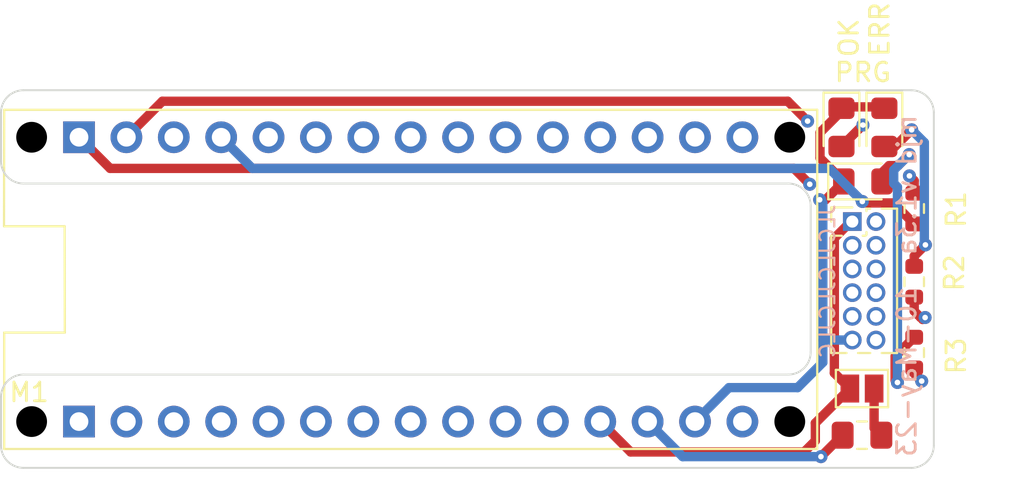
<source format=kicad_pcb>
(kicad_pcb (version 20221018) (generator pcbnew)
  (title_block (date "sam. 04 avril 2015"))
  (layers (0 "F.Cu" signal) (1 "In1.Cu" signal) (2 "In2.Cu" signal) (31 "B.Cu" signal) (34 "B.Paste" user) (35 "F.Paste" user) (36 "B.SilkS" user "B.Silkscreen") (37 "F.SilkS" user "F.Silkscreen") (38 "B.Mask" user) (39 "F.Mask" user) (44 "Edge.Cuts" user))
  (net 0 "")
  (net 1 "GND")
  (net 2 "/~{RESET}")
  (net 3 "/*D9")
  (net 4 "/D8")
  (net 5 "/D7")
  (net 6 "+5V")
  (net 7 "/D13{slash}SCK")
  (net 8 "Net-(JP4-B)")
  (net 9 "/*D10{slash}SS")
  (net 10 "/*D11{slash}MOSI")
  (net 11 "/D12{slash}MISO")
  (net 12 "Net-(D1-A)")
  (net 13 "Net-(D2-A)")
  (net 14 "Net-(D3-A)")
  (net 22 "/*D6")
  (net 23 "/*D5")
  (net 24 "/D4")
  (net 25 "/*D3")
  (net 26 "/D2")
  (net 27 "/D1{slash}TX")
  (net 28 "/D0{slash}RX")
  (net 29 "/AREF")
  (net 30 "/A7")
  (net 31 "/A6")
  (net 32 "/A5{slash}SCL")
  (net 33 "/A4{slash}SDA")
  (net 34 "/A3")
  (net 35 "/A2")
  (net 36 "/A1")
  (net 37 "/A0")
  (footprint "Jumper:SolderJumper-2_P1.3mm_Open_Pad1.0x1.5mm" (layer "F.Cu") (at 145.75 96.95)
    (fp_text reference "JP4" hide)
    (fp_text value "Jumper_2_Open")
    (fp_line (start -1.4 -1) (end 1.4 -1) (stroke (width 0.12)) (layer "F.SilkS"))
    (fp_line (start -1.4 1) (end -1.4 -1) (stroke (width 0.12)) (layer "F.SilkS"))
    (fp_line (start 1.4 -1) (end 1.4 1) (stroke (width 0.12)) (layer "F.SilkS"))
    (fp_line (start 1.4 1) (end -1.4 1) (stroke (width 0.12)) (layer "F.SilkS"))
    (pad "1" smd rect (at -0.65 0) (size 1 1.5) (layers "F.Cu" "F.Mask") (net 6 "+5V"))
    (pad "2" smd rect (at 0.65 0) (size 1 1.5) (layers "F.Cu" "F.Mask") (net 8 "Net-(JP4-B)"))
  )
  (footprint "Resistor_SMD:R_0603_1608Metric" (layer "F.Cu") (at 148.55 95.025 90)
    (fp_text reference "R3" (at -0.175 2.25 90) (layer "F.SilkS"))
    (fp_text value "R")
    (fp_line (start -0.237258 -0.5225) (end 0.237258 -0.5225) (stroke (width 0.12)) (layer "F.SilkS"))
    (fp_line (start -0.237258 0.5225) (end 0.237258 0.5225) (stroke (width 0.12)) (layer "F.SilkS"))
    (pad "1" smd roundrect (at -0.825 0 90) (size 0.8 0.95) (layers "F.Cu" "F.Paste" "F.Mask") (net 5 "/D7"))
    (pad "2" smd roundrect (at 0.825 0 90) (size 0.8 0.95) (layers "F.Cu" "F.Paste" "F.Mask") (net 14 "Net-(D3-A)"))
  )
  (footprint "aalib:Arduino Mini" (layer "F.Cu") (at 121.56 91.1 90)
    (fp_text reference "M1" (at -6.05 -19.31 180) (layer "F.SilkS") (effects (justify right)))
    (fp_text value "Arduino_Mini")
    (fp_line (start -9.09 -21.79) (end -9.09 21.79) (stroke (width 0.12)) (layer "F.SilkS"))
    (fp_line (start -9.09 -21.79) (end -2.85 -21.79) (stroke (width 0.12)) (layer "F.SilkS"))
    (fp_line (start -9.09 21.79) (end 9.09 21.79) (stroke (width 0.12)) (layer "F.SilkS"))
    (fp_line (start -2.85 -18.54) (end -2.85 -21.79) (stroke (width 0.12)) (layer "F.SilkS"))
    (fp_line (start -2.85 -18.54) (end 2.85 -18.55) (stroke (width 0.12)) (layer "F.SilkS"))
    (fp_line (start 2.85 -21.8) (end 9.09 -21.79) (stroke (width 0.12)) (layer "F.SilkS"))
    (fp_line (start 2.85 -18.55) (end 2.85 -21.8) (stroke (width 0.12)) (layer "F.SilkS"))
    (fp_line (start 9.09 -21.79) (end 9.09 21.79) (stroke (width 0.12)) (layer "F.SilkS"))
    (pad "" np_thru_hole circle (at -7.62 -20.32 90) (size 1.651 1.651) (drill 1.651) (layers "*.Mask"))
    (pad "" np_thru_hole circle (at -7.62 20.32 90) (size 1.651 1.651) (drill 1.651) (layers "*.Mask"))
    (pad "" np_thru_hole circle (at 7.62 -20.32 90) (size 1.651 1.651) (drill 1.651) (layers "*.Mask"))
    (pad "" np_thru_hole circle (at 7.62 20.32 90) (size 1.651 1.651) (drill 1.651) (layers "*.Mask"))
    (pad "3V3" thru_hole oval (at -7.62 -15.24 90) (size 1.7 1.7) (drill 1) (layers "*.Cu" "*.Mask"))
    (pad "5V" thru_hole oval (at -7.62 10.16 90) (size 1.7 1.7) (drill 1) (layers "*.Cu" "*.Mask") (net 6 "+5V"))
    (pad "A0" thru_hole oval (at -7.62 -10.16 90) (size 1.7 1.7) (drill 1) (layers "*.Cu" "*.Mask") (net 37 "/A0"))
    (pad "A1" thru_hole oval (at -7.62 -7.62 90) (size 1.7 1.7) (drill 1) (layers "*.Cu" "*.Mask") (net 36 "/A1"))
    (pad "A2" thru_hole oval (at -7.62 -5.08 90) (size 1.7 1.7) (drill 1) (layers "*.Cu" "*.Mask") (net 35 "/A2"))
    (pad "A3" thru_hole oval (at -7.62 -2.54 90) (size 1.7 1.7) (drill 1) (layers "*.Cu" "*.Mask") (net 34 "/A3"))
    (pad "A4" thru_hole oval (at -7.62 0 90) (size 1.7 1.7) (drill 1) (layers "*.Cu" "*.Mask") (net 33 "/A4{slash}SDA"))
    (pad "A5" thru_hole oval (at -7.62 2.54 90) (size 1.7 1.7) (drill 1) (layers "*.Cu" "*.Mask") (net 32 "/A5{slash}SCL"))
    (pad "A6" thru_hole oval (at -7.62 5.08 90) (size 1.7 1.7) (drill 1) (layers "*.Cu" "*.Mask") (net 31 "/A6"))
    (pad "A7" thru_hole oval (at -7.62 7.62 90) (size 1.7 1.7) (drill 1) (layers "*.Cu" "*.Mask") (net 30 "/A7"))
    (pad "AREF" thru_hole oval (at -7.62 -12.7 90) (size 1.7 1.7) (drill 1) (layers "*.Cu" "*.Mask") (net 29 "/AREF"))
    (pad "D0/RX" thru_hole oval (at 7.62 15.24 90) (size 1.7 1.7) (drill 1) (layers "*.Cu" "*.Mask") (net 28 "/D0{slash}RX"))
    (pad "D1/TX" thru_hole oval (at 7.62 17.78 90) (size 1.7 1.7) (drill 1) (layers "*.Cu" "*.Mask") (net 27 "/D1{slash}TX"))
    (pad "D2" thru_hole oval (at 7.62 7.62 90) (size 1.7 1.7) (drill 1) (layers "*.Cu" "*.Mask") (net 26 "/D2"))
    (pad "D3" thru_hole oval (at 7.62 5.08 90) (size 1.7 1.7) (drill 1) (layers "*.Cu" "*.Mask") (net 25 "/*D3"))
    (pad "D4" thru_hole oval (at 7.62 2.54 90) (size 1.7 1.7) (drill 1) (layers "*.Cu" "*.Mask") (net 24 "/D4"))
    (pad "D5" thru_hole oval (at 7.62 0 90) (size 1.7 1.7) (drill 1) (layers "*.Cu" "*.Mask") (net 23 "/*D5"))
    (pad "D6" thru_hole oval (at 7.62 -2.54 90) (size 1.7 1.7) (drill 1) (layers "*.Cu" "*.Mask") (net 22 "/*D6"))
    (pad "D7" thru_hole oval (at 7.62 -5.08 90) (size 1.7 1.7) (drill 1) (layers "*.Cu" "*.Mask") (net 5 "/D7"))
    (pad "D8" thru_hole oval (at 7.62 -7.62 90) (size 1.7 1.7) (drill 1) (layers "*.Cu" "*.Mask") (net 4 "/D8"))
    (pad "D9" thru_hole oval (at 7.62 -10.16 90) (size 1.7 1.7) (drill 1) (layers "*.Cu" "*.Mask") (net 3 "/*D9"))
    (pad "D10" thru_hole oval (at 7.62 -12.7 90) (size 1.7 1.7) (drill 1) (layers "*.Cu" "*.Mask") (net 9 "/*D10{slash}SS"))
    (pad "D11" thru_hole oval (at 7.62 -15.24 90) (size 1.7 1.7) (drill 1) (layers "*.Cu" "*.Mask") (net 10 "/*D11{slash}MOSI"))
    (pad "D12" thru_hole rect (at 7.62 -17.78 90) (size 1.7 1.7) (drill 1) (layers "*.Cu" "*.Mask") (net 11 "/D12{slash}MISO"))
    (pad "D13" thru_hole rect (at -7.62 -17.78 90) (size 1.7 1.7) (drill 1) (layers "*.Cu" "*.Mask") (net 7 "/D13{slash}SCK"))
    (pad "GND" thru_hole oval (at -7.62 15.24 90) (size 1.7 1.7) (drill 1) (layers "*.Cu" "*.Mask") (net 1 "GND"))
    (pad "GND" thru_hole oval (at 7.62 10.16 90) (size 1.7 1.7) (drill 1) (layers "*.Cu" "*.Mask") (net 1 "GND"))
    (pad "RESET" thru_hole oval (at -7.62 12.7 90) (size 1.7 1.7) (drill 1) (layers "*.Cu" "*.Mask") (net 2 "/~{RESET}"))
    (pad "RESET" thru_hole oval (at 7.62 12.7 90) (size 1.7 1.7) (drill 1) (layers "*.Cu" "*.Mask") (net 2 "/~{RESET}"))
    (pad "VIN" thru_hole oval (at -7.62 17.78 90) (size 1.7 1.7) (drill 1) (layers "*.Cu" "*.Mask"))
  )
  (footprint "LED_SMD:LED_0805_2012Metric_Pad1.15x1.40mm_HandSolder" (layer "F.Cu") (at 146.95 82.95 -90)
    (fp_text reference "D2" hide)
    (fp_text value "RED")
    (fp_line (start -1.86 -0.96) (end -1.86 0.96) (stroke (width 0.12)) (layer "F.SilkS"))
    (fp_line (start -1.86 0.96) (end 1 0.96) (stroke (width 0.12)) (layer "F.SilkS"))
    (fp_line (start 1 -0.96) (end -1.86 -0.96) (stroke (width 0.12)) (layer "F.SilkS"))
    (pad "1" smd roundrect (at -1.025 0 270) (size 1.15 1.4) (layers "F.Cu" "F.Paste" "F.Mask") (roundrect_rratio 0.2173913043) (net 1 "GND"))
    (pad "2" smd roundrect (at 1.025 0 270) (size 1.15 1.4) (layers "F.Cu" "F.Paste" "F.Mask") (roundrect_rratio 0.2173913043) (net 13 "Net-(D2-A)"))
  )
  (footprint "Resistor_SMD:R_0603_1608Metric" (layer "F.Cu") (at 148.55 87.3 90)
    (fp_text reference "R1" (at -0.05 2.25 90) (layer "F.SilkS"))
    (fp_text value "R")
    (fp_line (start -0.237258 -0.5225) (end 0.237258 -0.5225) (stroke (width 0.12)) (layer "F.SilkS"))
    (fp_line (start -0.237258 0.5225) (end 0.237258 0.5225) (stroke (width 0.12)) (layer "F.SilkS"))
    (pad "1" smd roundrect (at -0.825 0 90) (size 0.8 0.95) (layers "F.Cu" "F.Paste" "F.Mask") (net 3 "/*D9"))
    (pad "2" smd roundrect (at 0.825 0 90) (size 0.8 0.95) (layers "F.Cu" "F.Paste" "F.Mask") (net 12 "Net-(D1-A)"))
  )
  (footprint "LED_SMD:LED_0805_2012Metric_Pad1.15x1.40mm_HandSolder" (layer "F.Cu") (at 144.65 82.95 -90)
    (fp_text reference "D1" hide)
    (fp_text value "GRN")
    (fp_line (start -1.86 -0.96) (end -1.86 0.96) (stroke (width 0.12)) (layer "F.SilkS"))
    (fp_line (start -1.86 0.96) (end 1 0.96) (stroke (width 0.12)) (layer "F.SilkS"))
    (fp_line (start 1 -0.96) (end -1.86 -0.96) (stroke (width 0.12)) (layer "F.SilkS"))
    (pad "1" smd roundrect (at -1.025 0 270) (size 1.15 1.4) (layers "F.Cu" "F.Paste" "F.Mask") (roundrect_rratio 0.2173913043) (net 1 "GND"))
    (pad "2" smd roundrect (at 1.025 0 270) (size 1.15 1.4) (layers "F.Cu" "F.Paste" "F.Mask") (roundrect_rratio 0.2173913043) (net 12 "Net-(D1-A)"))
  )
  (footprint "Capacitor_SMD:C_0805_2012Metric_Pad1.18x1.45mm_HandSolder" (layer "F.Cu") (at 145.75 99.45)
    (fp_text reference "C1" hide)
    (fp_text value "C")
    (fp_line (start -0.261252 -0.735) (end 0.261252 -0.735) (stroke (width 0.12)) (layer "F.SilkS"))
    (fp_line (start -0.261252 0.735) (end 0.261252 0.735) (stroke (width 0.12)) (layer "F.SilkS"))
    (pad "1" smd roundrect (at -1.0375 0) (size 1.175 1.45) (layers "F.Cu" "F.Paste" "F.Mask") (roundrect_rratio 0.2127659574) (net 2 "/~{RESET}"))
    (pad "2" smd roundrect (at 1.0375 0) (size 1.175 1.45) (layers "F.Cu" "F.Paste" "F.Mask") (roundrect_rratio 0.2127659574) (net 8 "Net-(JP4-B)"))
  )
  (footprint "LED_SMD:LED_0805_2012Metric_Pad1.15x1.40mm_HandSolder" (layer "F.Cu") (at 145.8 85.85)
    (fp_text reference "D3" hide)
    (fp_text value "ORG")
    (fp_line (start -1.86 -0.96) (end -1.86 0.96) (stroke (width 0.12)) (layer "F.SilkS"))
    (fp_line (start -1.86 0.96) (end 1 0.96) (stroke (width 0.12)) (layer "F.SilkS"))
    (fp_line (start 1 -0.96) (end -1.86 -0.96) (stroke (width 0.12)) (layer "F.SilkS"))
    (pad "1" smd roundrect (at -1.025 0) (size 1.15 1.4) (layers "F.Cu" "F.Paste" "F.Mask") (roundrect_rratio 0.2173913043) (net 1 "GND"))
    (pad "2" smd roundrect (at 1.025 0) (size 1.15 1.4) (layers "F.Cu" "F.Paste" "F.Mask") (roundrect_rratio 0.2173913043) (net 14 "Net-(D3-A)"))
  )
  (footprint "Resistor_SMD:R_0603_1608Metric" (layer "F.Cu") (at 148.55 91.225 90)
    (fp_text reference "R2" (at 0.475 2.15 90) (layer "F.SilkS"))
    (fp_text value "R")
    (fp_line (start -0.237258 -0.5225) (end 0.237258 -0.5225) (stroke (width 0.12)) (layer "F.SilkS"))
    (fp_line (start -0.237258 0.5225) (end 0.237258 0.5225) (stroke (width 0.12)) (layer "F.SilkS"))
    (pad "1" smd roundrect (at -0.825 0 90) (size 0.8 0.95) (layers "F.Cu" "F.Paste" "F.Mask") (net 4 "/D8"))
    (pad "2" smd roundrect (at 0.825 0 90) (size 0.8 0.95) (layers "F.Cu" "F.Paste" "F.Mask") (net 13 "Net-(D2-A)"))
  )
  (footprint "Connector_PinHeader_1.27mm:PinHeader_2x06_P1.27mm_Vertical" (layer "F.Cu") (at 145.23 88)
    (fp_text reference "J3" hide)
    (fp_text value "Conn_02x06_Odd_Even")
    (fp_line (start -1.13 -0.76) (end 0 -0.76) (stroke (width 0.12)) (layer "F.SilkS"))
    (fp_line (start -1.13 0) (end -1.13 -0.76) (stroke (width 0.12)) (layer "F.SilkS"))
    (fp_line (start -1.13 0.76) (end -1.13 7.045) (stroke (width 0.12)) (layer "F.SilkS"))
    (fp_line (start -1.13 0.76) (end -0.563471 0.76) (stroke (width 0.12)) (layer "F.SilkS"))
    (fp_line (start -1.13 7.045) (end -0.30753 7.045) (stroke (width 0.12)) (layer "F.SilkS"))
    (fp_line (start 0.30753 7.045) (end 0.96247 7.045) (stroke (width 0.12)) (layer "F.SilkS"))
    (fp_line (start 0.563471 0.76) (end 0.706529 0.76) (stroke (width 0.12)) (layer "F.SilkS"))
    (fp_line (start 0.76 -0.695) (end 0.96247 -0.695) (stroke (width 0.12)) (layer "F.SilkS"))
    (fp_line (start 0.76 -0.563471) (end 0.76 -0.695) (stroke (width 0.12)) (layer "F.SilkS"))
    (fp_line (start 0.76 0.706529) (end 0.76 0.563471) (stroke (width 0.12)) (layer "F.SilkS"))
    (fp_line (start 1.57753 -0.695) (end 2.4 -0.695) (stroke (width 0.12)) (layer "F.SilkS"))
    (fp_line (start 1.57753 7.045) (end 2.4 7.045) (stroke (width 0.12)) (layer "F.SilkS"))
    (fp_line (start 2.4 -0.695) (end 2.4 7.045) (stroke (width 0.12)) (layer "F.SilkS"))
    (pad "1" thru_hole rect (at 0 0) (size 1 1) (drill 0.65) (layers "*.Cu" "*.Mask") (net 6 "+5V"))
    (pad "2" thru_hole oval (at 1.27 0) (size 1 1) (drill 0.65) (layers "*.Cu" "*.Mask"))
    (pad "3" thru_hole oval (at 0 1.27) (size 1 1) (drill 0.65) (layers "*.Cu" "*.Mask"))
    (pad "4" thru_hole oval (at 1.27 1.27) (size 1 1) (drill 0.65) (layers "*.Cu" "*.Mask") (net 11 "/D12{slash}MISO"))
    (pad "5" thru_hole oval (at 0 2.54) (size 1 1) (drill 0.65) (layers "*.Cu" "*.Mask"))
    (pad "6" thru_hole oval (at 1.27 2.54) (size 1 1) (drill 0.65) (layers "*.Cu" "*.Mask") (net 10 "/*D11{slash}MOSI"))
    (pad "7" thru_hole oval (at 0 3.81) (size 1 1) (drill 0.65) (layers "*.Cu" "*.Mask"))
    (pad "8" thru_hole oval (at 1.27 3.81) (size 1 1) (drill 0.65) (layers "*.Cu" "*.Mask") (net 7 "/D13{slash}SCK"))
    (pad "9" thru_hole oval (at 0 5.08) (size 1 1) (drill 0.65) (layers "*.Cu" "*.Mask"))
    (pad "10" thru_hole oval (at 1.27 5.08) (size 1 1) (drill 0.65) (layers "*.Cu" "*.Mask") (net 9 "/*D10{slash}SS"))
    (pad "11" thru_hole oval (at 0 6.35) (size 1 1) (drill 0.65) (layers "*.Cu" "*.Mask") (net 1 "GND"))
    (pad "12" thru_hole oval (at 1.27 6.35) (size 1 1) (drill 0.65) (layers "*.Cu" "*.Mask"))
  )
  (gr_line (start 100.8 80.96) (end 148.4 80.96) (stroke (width 0.1)) (layer "Edge.Cuts"))
  (gr_line (start 99.6 97.4) (end 99.6 100) (stroke (width 0.1)) (layer "Edge.Cuts"))
  (gr_arc (start 100.8 101.2) (mid 99.951472 100.848528) (end 99.6 100) (stroke (width 0.1)) (layer "Edge.Cuts"))
  (gr_arc (start 99.6 97.4) (mid 99.951472 96.551472) (end 100.8 96.2) (stroke (width 0.1)) (layer "Edge.Cuts"))
  (gr_line (start 99.6 84.76) (end 99.6 82.16) (stroke (width 0.1)) (layer "Edge.Cuts"))
  (gr_arc (start 100.8 85.96) (mid 99.951472 85.608528) (end 99.6 84.76) (stroke (width 0.1)) (layer "Edge.Cuts"))
  (gr_arc (start 148.398528 80.961472) (mid 149.245434 81.306893) (end 149.6 82.15) (stroke (width 0.1)) (layer "Edge.Cuts"))
  (gr_line (start 143 87.16) (end 143 95) (stroke (width 0.1)) (layer "Edge.Cuts"))
  (gr_line (start 100.8 96.2) (end 141.8 96.2) (stroke (width 0.1)) (layer "Edge.Cuts"))
  (gr_arc (start 99.6 82.16) (mid 99.951472 81.311472) (end 100.8 80.96) (stroke (width 0.1)) (layer "Edge.Cuts"))
  (gr_arc (start 149.6 100) (mid 149.248097 100.849569) (end 148.398528 101.201472) (stroke (width 0.1)) (layer "Edge.Cuts"))
  (gr_line (start 100.8 85.96) (end 141.8 85.96) (stroke (width 0.1)) (layer "Edge.Cuts"))
  (gr_line (start 100.8 101.2) (end 148.4 101.2) (stroke (width 0.1)) (layer "Edge.Cuts"))
  (gr_line (start 149.6 100) (end 149.6 82.15) (stroke (width 0.1)) (layer "Edge.Cuts"))
  (gr_arc (start 143 95) (mid 142.648528 95.848528) (end 141.8 96.2) (stroke (width 0.1)) (layer "Edge.Cuts"))
  (gr_arc (start 141.8 85.96) (mid 142.648557 86.311484) (end 143.000041 87.160041) (stroke (width 0.1)) (layer "Edge.Cuts"))
  (gr_text "mjd v1.3a" (at 148.15 86.05 90) (layer "B.SilkS") (effects (font (size 1 1)) (justify mirror)))
  (gr_text "JLCJLCJLCJLC" (at 143.9 91.2 90) (layer "B.SilkS") (effects (font (size 0.8 0.8) (thickness 0.12)) (justify mirror)))
  (gr_text "10-May-23" (at 148.15 96.05 90) (layer "B.SilkS") (effects (font (size 1 1)) (justify mirror)))
  (gr_text "OK" (at 145.05 78.15 90) (layer "F.SilkS") (effects (font (size 1 1))))
  (gr_text "ERR" (at 146.7 77.7 90) (layer "F.SilkS") (effects (font (size 1 1))))
  (gr_text "PRG" (at 145.8 80) (layer "F.SilkS") (effects (font (size 1 1))))
  (segment (start 144.760051 85.85) (end 143.5 84.589949) (width 0.5) (layer "F.Cu") (net 1))
  (segment (start 143.5 84.589949) (end 143.5 83.230666) (width 0.5) (layer "F.Cu") (net 1))
  (segment (start 146.8755 81.8505) (end 144.7245 81.8505) (width 0.5) (layer "F.Cu") (net 1))
  (segment (start 143.5 83.230666) (end 144.65 82.080666) (width 0.5) (layer "F.Cu") (net 1))
  (segment (start 146.95 81.925) (end 146.8755 81.8505) (width 0.5) (layer "F.Cu") (net 1))
  (segment (start 144.7245 81.8505) (end 144.65 81.925) (width 0.5) (layer "F.Cu") (net 1))
  (segment (start 144.65 82.080666) (end 144.65 81.925) (width 0.5) (layer "F.Cu") (net 1))
  (segment (start 144.775 85.85) (end 143.795697 86.829303) (width 0.5) (layer "F.Cu") (net 1))
  (segment (start 143.795697 86.829303) (end 143.4805 86.829303) (width 0.5) (layer "F.Cu") (net 1))
  (segment (start 144.775 85.85) (end 144.760051 85.85) (width 0.5) (layer "F.Cu") (net 1))
  (via (at 143.4805 86.829303) (size 0.7) (drill 0.3) (layers "F.Cu" "B.Cu") (net 1))
  (segment (start 143.65 95.55) (end 143.65 94.35) (width 0.5) (layer "B.Cu") (net 1))
  (segment (start 143.65 86.998803) (end 143.4805 86.829303) (width 0.5) (layer "B.Cu") (net 1))
  (segment (start 143.65 94.35) (end 143.65 86.998803) (width 0.5) (layer "B.Cu") (net 1))
  (segment (start 136.8 98.72) (end 138.62 96.9) (width 0.5) (layer "B.Cu") (net 1))
  (segment (start 143.65 94.35) (end 145.23 94.35) (width 0.5) (layer "B.Cu") (net 1))
  (segment (start 138.62 96.9) (end 142.3 96.9) (width 0.5) (layer "B.Cu") (net 1))
  (segment (start 142.3 96.9) (end 143.65 95.55) (width 0.5) (layer "B.Cu") (net 1))
  (segment (start 144.7 99.45) (end 143.55 100.6) (width 0.5) (layer "F.Cu") (net 2))
  (segment (start 144.7125 99.45) (end 144.7 99.45) (width 0.5) (layer "F.Cu") (net 2))
  (via (at 143.55 100.6) (size 0.7) (drill 0.3) (layers "F.Cu" "B.Cu") (net 2))
  (segment (start 136.14 100.6) (end 143.55 100.6) (width 0.5) (layer "B.Cu") (net 2))
  (segment (start 134.26 98.72) (end 136.14 100.6) (width 0.5) (layer "B.Cu") (net 2))
  (segment (start 148.55 88.125) (end 147.426 87.0012) (width 0.5) (layer "F.Cu") (net 3))
  (segment (start 147.426 87.0012) (end 145.847456 87.0012) (width 0.5) (layer "F.Cu") (net 3))
  (segment (start 145.847456 87.0012) (end 145.767978 86.921722) (width 0.5) (layer "F.Cu") (net 3))
  (via (at 145.767978 86.921722) (size 0.7) (drill 0.3) (layers "F.Cu" "B.Cu") (net 3))
  (segment (start 113.07 85.15) (end 143.996256 85.15) (width 0.5) (layer "B.Cu") (net 3))
  (segment (start 111.4 83.48) (end 113.07 85.15) (width 0.5) (layer "B.Cu") (net 3))
  (segment (start 143.996256 85.15) (end 145.767978 86.921722) (width 0.5) (layer "B.Cu") (net 3))
  (segment (start 149.106896 93.143104) (end 149.133955 93.143104) (width 0.5) (layer "F.Cu") (net 4))
  (segment (start 148.893104 93.143104) (end 149.133955 93.143104) (width 0.5) (layer "F.Cu") (net 4))
  (segment (start 148.55 92.05) (end 148.55 92.8) (width 0.5) (layer "F.Cu") (net 4))
  (segment (start 149 93.25) (end 149.106896 93.143104) (width 0.5) (layer "F.Cu") (net 4))
  (segment (start 148.55 92.8) (end 148.893104 93.143104) (width 0.5) (layer "F.Cu") (net 4))
  (via (at 149.133955 93.143104) (size 0.7) (drill 0.3) (layers "F.Cu" "B.Cu") (net 4))
  (segment (start 148.55 96.15) (end 148.95 96.55) (width 0.5) (layer "F.Cu") (net 5))
  (segment (start 148.55 95.85) (end 148.55 96.15) (width 0.5) (layer "F.Cu") (net 5))
  (via (at 148.95 96.55) (size 0.7) (drill 0.3) (layers "F.Cu" "B.Cu") (net 5))
  (segment (start 143.25 99.75) (end 143.25 98.8) (width 0.5) (layer "F.Cu") (net 6))
  (segment (start 131.72 98.72) (end 133.35 100.35) (width 0.5) (layer "F.Cu") (net 6))
  (segment (start 143.25 98.8) (end 145.1 96.95) (width 0.5) (layer "F.Cu") (net 6))
  (segment (start 145.1 96.95) (end 144.269 96.119) (width 0.5) (layer "F.Cu") (net 6))
  (segment (start 142.65 100.35) (end 143.25 99.75) (width 0.5) (layer "F.Cu") (net 6))
  (segment (start 144.269 96.119) (end 144.269 88.8871) (width 0.5) (layer "F.Cu") (net 6))
  (segment (start 144.269 88.8871) (end 145.156 88) (width 0.5) (layer "F.Cu") (net 6))
  (segment (start 133.35 100.35) (end 142.65 100.35) (width 0.5) (layer "F.Cu") (net 6))
  (segment (start 145.156 88) (end 145.23 88) (width 0.5) (layer "F.Cu") (net 6))
  (segment (start 146.4 99.0625) (end 146.7878 99.4496) (width 0.5) (layer "F.Cu") (net 8))
  (segment (start 146.7875 99.45) (end 146.7878 99.4497) (width 0.5) (layer "F.Cu") (net 8))
  (segment (start 146.7878 99.4497) (end 146.7878 99.4496) (width 0.5) (layer "F.Cu") (net 8))
  (segment (start 146.4 96.95) (end 146.4 99.0625) (width 0.5) (layer "F.Cu") (net 8))
  (segment (start 108.25 81.55) (end 141.769336 81.55) (width 0.5) (layer "F.Cu") (net 10))
  (segment (start 106.32 83.48) (end 108.25 81.55) (width 0.5) (layer "F.Cu") (net 10))
  (segment (start 141.769336 81.55) (end 142.834418 82.615082) (width 0.5) (layer "F.Cu") (net 10))
  (via (at 142.834418 82.615082) (size 0.7) (drill 0.3) (layers "F.Cu" "B.Cu") (net 10))
  (segment (start 103.78 83.48) (end 105.45 85.15) (width 0.5) (layer "F.Cu") (net 11))
  (segment (start 105.45 85.15) (end 142.1 85.15) (width 0.5) (layer "F.Cu") (net 11))
  (segment (start 142.1 85.15) (end 142.95 86) (width 0.5) (layer "F.Cu") (net 11))
  (via (at 142.95 86) (size 0.7) (drill 0.3) (layers "F.Cu" "B.Cu") (net 11))
  (segment (start 144.65 83.975) (end 145.799998 82.825002) (width 0.5) (layer "F.Cu") (net 12))
  (segment (start 145.799998 82.825002) (end 145.8 82.825002) (width 0.5) (layer "F.Cu") (net 12))
  (segment (start 148.55 86.475) (end 148.55 85.806843) (width 0.5) (layer "F.Cu") (net 12))
  (segment (start 148.55 85.806843) (end 148.293157 85.55) (width 0.5) (layer "F.Cu") (net 12))
  (via (at 145.8 82.825002) (size 0.7) (drill 0.3) (layers "F.Cu" "B.Cu") (net 12))
  (via (at 148.293157 85.55) (size 0.7) (drill 0.3) (layers "F.Cu" "B.Cu") (net 12))
  (segment (start 147.519383 83.975) (end 148.412525 83.081857) (width 0.5) (layer "F.Cu") (net 13))
  (segment (start 148.55 90.4) (end 148.55 89.85) (width 0.5) (layer "F.Cu") (net 13))
  (segment (start 148.55 89.85) (end 149.15 89.25) (width 0.5) (layer "F.Cu") (net 13))
  (segment (start 146.95 83.975) (end 147.519383 83.975) (width 0.5) (layer "F.Cu") (net 13))
  (via (at 148.412525 83.081857) (size 0.7) (drill 0.3) (layers "F.Cu" "B.Cu") (net 13))
  (via (at 149.15 89.25) (size 0.7) (drill 0.3) (layers "F.Cu" "B.Cu") (net 13))
  (segment (start 149.092657 89.192657) (end 149.092657 83.761989) (width 0.5) (layer "B.Cu") (net 13))
  (segment (start 149.092657 83.761989) (end 148.412525 83.081857) (width 0.5) (layer "B.Cu") (net 13))
  (segment (start 149.15 89.25) (end 149.092657 89.192657) (width 0.5) (layer "B.Cu") (net 13))
  (segment (start 147.689949 85) (end 148.281885 84.408064) (width 0.5) (layer "F.Cu") (net 14))
  (segment (start 146.825 85.85) (end 146.825 85.375) (width 0.5) (layer "F.Cu") (net 14))
  (segment (start 146.825 85.375) (end 147.2 85) (width 0.5) (layer "F.Cu") (net 14))
  (segment (start 147.525 95.225) (end 147.525 96.498997) (width 0.5) (layer "F.Cu") (net 14))
  (segment (start 148.55 94.2) (end 147.525 95.225) (width 0.5) (layer "F.Cu") (net 14))
  (segment (start 147.525 96.498997) (end 147.650501 96.624498) (width 0.5) (layer "F.Cu") (net 14))
  (segment (start 147.2 85) (end 147.689949 85) (width 0.5) (layer "F.Cu") (net 14))
  (via (at 147.650501 96.624498) (size 0.7) (drill 0.3) (layers "F.Cu" "B.Cu") (net 14))
  (via (at 148.281885 84.408064) (size 0.7) (drill 0.3) (layers "F.Cu" "B.Cu") (net 14))
  (segment (start 147.650501 96.624498) (end 147.650501 86.150501) (width 0.5) (layer "B.Cu") (net 14))
  (segment (start 147.45 85.95) (end 147.45 85.239949) (width 0.5) (layer "B.Cu") (net 14))
  (segment (start 147.650501 86.150501) (end 147.45 85.95) (width 0.5) (layer "B.Cu") (net 14))
  (segment (start 147.45 85.239949) (end 148.281885 84.408064) (width 0.5) (layer "B.Cu") (net 14))
)
</source>
